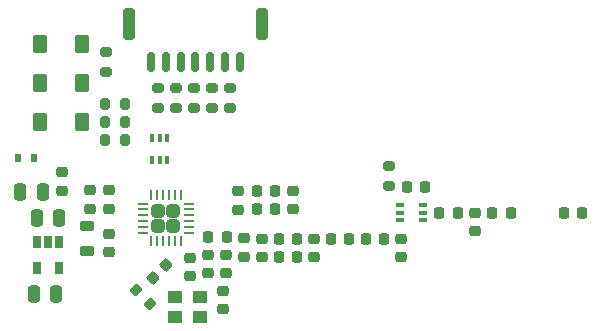
<source format=gbr>
%TF.GenerationSoftware,KiCad,Pcbnew,8.0.4+1*%
%TF.CreationDate,2024-10-17T10:46:18+00:00*%
%TF.ProjectId,TFLORA01,54464c4f-5241-4303-912e-6b696361645f,rev?*%
%TF.SameCoordinates,Original*%
%TF.FileFunction,Paste,Bot*%
%TF.FilePolarity,Positive*%
%FSLAX46Y46*%
G04 Gerber Fmt 4.6, Leading zero omitted, Abs format (unit mm)*
G04 Created by KiCad (PCBNEW 8.0.4+1) date 2024-10-17 10:46:18*
%MOMM*%
%LPD*%
G01*
G04 APERTURE LIST*
G04 Aperture macros list*
%AMRoundRect*
0 Rectangle with rounded corners*
0 $1 Rounding radius*
0 $2 $3 $4 $5 $6 $7 $8 $9 X,Y pos of 4 corners*
0 Add a 4 corners polygon primitive as box body*
4,1,4,$2,$3,$4,$5,$6,$7,$8,$9,$2,$3,0*
0 Add four circle primitives for the rounded corners*
1,1,$1+$1,$2,$3*
1,1,$1+$1,$4,$5*
1,1,$1+$1,$6,$7*
1,1,$1+$1,$8,$9*
0 Add four rect primitives between the rounded corners*
20,1,$1+$1,$2,$3,$4,$5,0*
20,1,$1+$1,$4,$5,$6,$7,0*
20,1,$1+$1,$6,$7,$8,$9,0*
20,1,$1+$1,$8,$9,$2,$3,0*%
G04 Aperture macros list end*
%ADD10RoundRect,0.225000X0.250000X-0.225000X0.250000X0.225000X-0.250000X0.225000X-0.250000X-0.225000X0*%
%ADD11RoundRect,0.225000X-0.225000X-0.250000X0.225000X-0.250000X0.225000X0.250000X-0.225000X0.250000X0*%
%ADD12RoundRect,0.225000X0.225000X0.250000X-0.225000X0.250000X-0.225000X-0.250000X0.225000X-0.250000X0*%
%ADD13RoundRect,0.225000X0.017678X-0.335876X0.335876X-0.017678X-0.017678X0.335876X-0.335876X0.017678X0*%
%ADD14RoundRect,0.250000X0.315000X-0.315000X0.315000X0.315000X-0.315000X0.315000X-0.315000X-0.315000X0*%
%ADD15RoundRect,0.062500X0.062500X-0.350000X0.062500X0.350000X-0.062500X0.350000X-0.062500X-0.350000X0*%
%ADD16RoundRect,0.062500X0.350000X-0.062500X0.350000X0.062500X-0.350000X0.062500X-0.350000X-0.062500X0*%
%ADD17RoundRect,0.200000X-0.200000X-0.275000X0.200000X-0.275000X0.200000X0.275000X-0.200000X0.275000X0*%
%ADD18RoundRect,0.218750X-0.256250X0.218750X-0.256250X-0.218750X0.256250X-0.218750X0.256250X0.218750X0*%
%ADD19RoundRect,0.218750X-0.218750X-0.256250X0.218750X-0.256250X0.218750X0.256250X-0.218750X0.256250X0*%
%ADD20RoundRect,0.218750X0.381250X-0.218750X0.381250X0.218750X-0.381250X0.218750X-0.381250X-0.218750X0*%
%ADD21RoundRect,0.218750X0.256250X-0.218750X0.256250X0.218750X-0.256250X0.218750X-0.256250X-0.218750X0*%
%ADD22RoundRect,0.225000X-0.250000X0.225000X-0.250000X-0.225000X0.250000X-0.225000X0.250000X0.225000X0*%
%ADD23R,0.650000X1.060000*%
%ADD24RoundRect,0.250000X0.250000X0.475000X-0.250000X0.475000X-0.250000X-0.475000X0.250000X-0.475000X0*%
%ADD25RoundRect,0.250000X-0.250000X-0.475000X0.250000X-0.475000X0.250000X0.475000X-0.250000X0.475000X0*%
%ADD26RoundRect,0.166667X-0.458333X-0.583333X0.458333X-0.583333X0.458333X0.583333X-0.458333X0.583333X0*%
%ADD27RoundRect,0.166667X0.458333X0.583333X-0.458333X0.583333X-0.458333X-0.583333X0.458333X-0.583333X0*%
%ADD28RoundRect,0.200000X-0.275000X0.200000X-0.275000X-0.200000X0.275000X-0.200000X0.275000X0.200000X0*%
%ADD29R,0.650000X0.400000*%
%ADD30R,0.600000X0.700000*%
%ADD31RoundRect,0.200000X0.335876X0.053033X0.053033X0.335876X-0.335876X-0.053033X-0.053033X-0.335876X0*%
%ADD32R,0.400000X0.650000*%
%ADD33R,1.300000X1.100000*%
%ADD34RoundRect,0.200000X0.275000X-0.200000X0.275000X0.200000X-0.275000X0.200000X-0.275000X-0.200000X0*%
%ADD35RoundRect,0.150000X-0.150000X-0.700000X0.150000X-0.700000X0.150000X0.700000X-0.150000X0.700000X0*%
%ADD36RoundRect,0.250000X-0.250000X-1.100000X0.250000X-1.100000X0.250000X1.100000X-0.250000X1.100000X0*%
G04 APERTURE END LIST*
D10*
%TO.C,C17*%
X176034400Y-118720200D03*
X176034400Y-117170200D03*
%TD*%
D11*
%TO.C,C22*%
X170268600Y-114960400D03*
X171818600Y-114960400D03*
%TD*%
D10*
%TO.C,C20*%
X160655000Y-116878400D03*
X160655000Y-115328400D03*
%TD*%
D12*
%TO.C,C18*%
X185089800Y-117157800D03*
X183539800Y-117157800D03*
%TD*%
D10*
%TO.C,C23*%
X145058000Y-120521000D03*
X145058000Y-118971000D03*
%TD*%
%TO.C,C5*%
X143458000Y-116821000D03*
X143458000Y-115271000D03*
%TD*%
D13*
%TO.C,C11*%
X148803992Y-122722008D03*
X149900008Y-121625992D03*
%TD*%
D12*
%TO.C,C19*%
X159118600Y-116865400D03*
X157568600Y-116865400D03*
%TD*%
D10*
%TO.C,C6*%
X145058000Y-116821000D03*
X145058000Y-115271000D03*
%TD*%
D11*
%TO.C,C21*%
X157568600Y-115366800D03*
X159118600Y-115366800D03*
%TD*%
D14*
%TO.C,U3*%
X149208000Y-118296000D03*
X150508000Y-118296000D03*
X149208000Y-116996000D03*
X150508000Y-116996000D03*
D15*
X151108000Y-119583500D03*
X150608000Y-119583500D03*
X150108000Y-119583500D03*
X149608000Y-119583500D03*
X149108000Y-119583500D03*
X148608000Y-119583500D03*
D16*
X147920500Y-118896000D03*
X147920500Y-118396000D03*
X147920500Y-117896000D03*
X147920500Y-117396000D03*
X147920500Y-116896000D03*
X147920500Y-116396000D03*
D15*
X148608000Y-115708500D03*
X149108000Y-115708500D03*
X149608000Y-115708500D03*
X150108000Y-115708500D03*
X150608000Y-115708500D03*
X151108000Y-115708500D03*
D16*
X151795500Y-116396000D03*
X151795500Y-116896000D03*
X151795500Y-117396000D03*
X151795500Y-117896000D03*
X151795500Y-118396000D03*
X151795500Y-118896000D03*
%TD*%
D17*
%TO.C,R7*%
X144717000Y-110998000D03*
X146367000Y-110998000D03*
%TD*%
D18*
%TO.C,L6*%
X155970000Y-115358500D03*
X155970000Y-116933500D03*
%TD*%
D19*
%TO.C,L5*%
X177482100Y-117183200D03*
X179057100Y-117183200D03*
%TD*%
D20*
%TO.C,L7*%
X143158000Y-120442500D03*
X143158000Y-118317500D03*
%TD*%
D21*
%TO.C,L1*%
X156464000Y-120929500D03*
X156464000Y-119354500D03*
%TD*%
D19*
%TO.C,L4*%
X166776299Y-119405400D03*
X168351301Y-119405400D03*
%TD*%
%TO.C,L3*%
X159410300Y-120904000D03*
X160985300Y-120904000D03*
%TD*%
D12*
%TO.C,C10*%
X160972800Y-119405400D03*
X159422800Y-119405400D03*
%TD*%
D22*
%TO.C,C15*%
X169773600Y-119367000D03*
X169773600Y-120917000D03*
%TD*%
D12*
%TO.C,C16*%
X174574200Y-117183200D03*
X173024200Y-117183200D03*
%TD*%
D22*
%TO.C,C14*%
X162407600Y-119392400D03*
X162407600Y-120942400D03*
%TD*%
%TO.C,C13*%
X157962600Y-119367000D03*
X157962600Y-120917000D03*
%TD*%
D12*
%TO.C,C12*%
X165392400Y-119405400D03*
X163842400Y-119405400D03*
%TD*%
D22*
%TO.C,C8*%
X153416000Y-120764000D03*
X153416000Y-122314000D03*
%TD*%
%TO.C,C7*%
X154940000Y-120764000D03*
X154940000Y-122314000D03*
%TD*%
D19*
%TO.C,L2*%
X153441300Y-119253000D03*
X155016300Y-119253000D03*
%TD*%
D10*
%TO.C,C4*%
X141088000Y-115309000D03*
X141088000Y-113759000D03*
%TD*%
D23*
%TO.C,U1*%
X138938000Y-119634000D03*
X139888000Y-119634001D03*
X140838000Y-119634000D03*
X140838000Y-121834000D03*
X138938000Y-121834000D03*
%TD*%
D24*
%TO.C,C2*%
X140577499Y-124020000D03*
X138677501Y-124020000D03*
%TD*%
D25*
%TO.C,C1*%
X138938001Y-117634000D03*
X140837999Y-117634000D03*
%TD*%
D24*
%TO.C,C3*%
X139434499Y-115384000D03*
X137534501Y-115384000D03*
%TD*%
D22*
%TO.C,C24*%
X151892000Y-121018000D03*
X151892000Y-122568000D03*
%TD*%
D26*
%TO.C,D2*%
X139170000Y-102870000D03*
D27*
X142770000Y-102870000D03*
%TD*%
D28*
%TO.C,R3*%
X150749000Y-106617000D03*
X150749000Y-108267000D03*
%TD*%
%TO.C,R5*%
X153797000Y-106617000D03*
X153797000Y-108267000D03*
%TD*%
D26*
%TO.C,D3*%
X139170000Y-106172000D03*
D27*
X142770000Y-106172000D03*
%TD*%
D29*
%TO.C,U4*%
X169712600Y-117820200D03*
X169712601Y-117170200D03*
X169712600Y-116520200D03*
X171612600Y-116520200D03*
X171612599Y-117170200D03*
X171612600Y-117820200D03*
%TD*%
D28*
%TO.C,R1*%
X149225000Y-106617000D03*
X149225000Y-108267000D03*
%TD*%
D30*
%TO.C,D1*%
X138740000Y-112539200D03*
X137340000Y-112539200D03*
%TD*%
D28*
%TO.C,R6*%
X155321000Y-106617000D03*
X155321000Y-108267000D03*
%TD*%
D31*
%TO.C,R8*%
X148538363Y-124916363D03*
X147371637Y-123749637D03*
%TD*%
D32*
%TO.C,U2*%
X150002000Y-112710000D03*
X149352000Y-112709999D03*
X148702000Y-112710000D03*
X148702000Y-110810000D03*
X149352000Y-110810001D03*
X150002000Y-110810000D03*
%TD*%
D33*
%TO.C,U5*%
X152738800Y-125970800D03*
X150638800Y-125970800D03*
X150638800Y-124320800D03*
X152738800Y-124320800D03*
%TD*%
D34*
%TO.C,R9*%
X168757600Y-114896400D03*
X168757600Y-113246400D03*
%TD*%
D22*
%TO.C,C9*%
X154686000Y-123812000D03*
X154686000Y-125362000D03*
%TD*%
D28*
%TO.C,R4*%
X152273000Y-106617000D03*
X152273000Y-108267000D03*
%TD*%
D26*
%TO.C,D4*%
X139170000Y-109474000D03*
D27*
X142770000Y-109474000D03*
%TD*%
D17*
%TO.C,R11*%
X144717000Y-109474000D03*
X146367000Y-109474000D03*
%TD*%
%TO.C,R10*%
X144717000Y-107950000D03*
X146367000Y-107950000D03*
%TD*%
D34*
%TO.C,R2*%
X144780000Y-105219000D03*
X144780000Y-103569000D03*
%TD*%
D35*
%TO.C,J1*%
X148619200Y-104394000D03*
X149869201Y-104394000D03*
X151119200Y-104394000D03*
X152369200Y-104394001D03*
X153619200Y-104394000D03*
X154869199Y-104394000D03*
X156119200Y-104394000D03*
D36*
X146769200Y-101194000D03*
X157969200Y-101194000D03*
%TD*%
M02*

</source>
